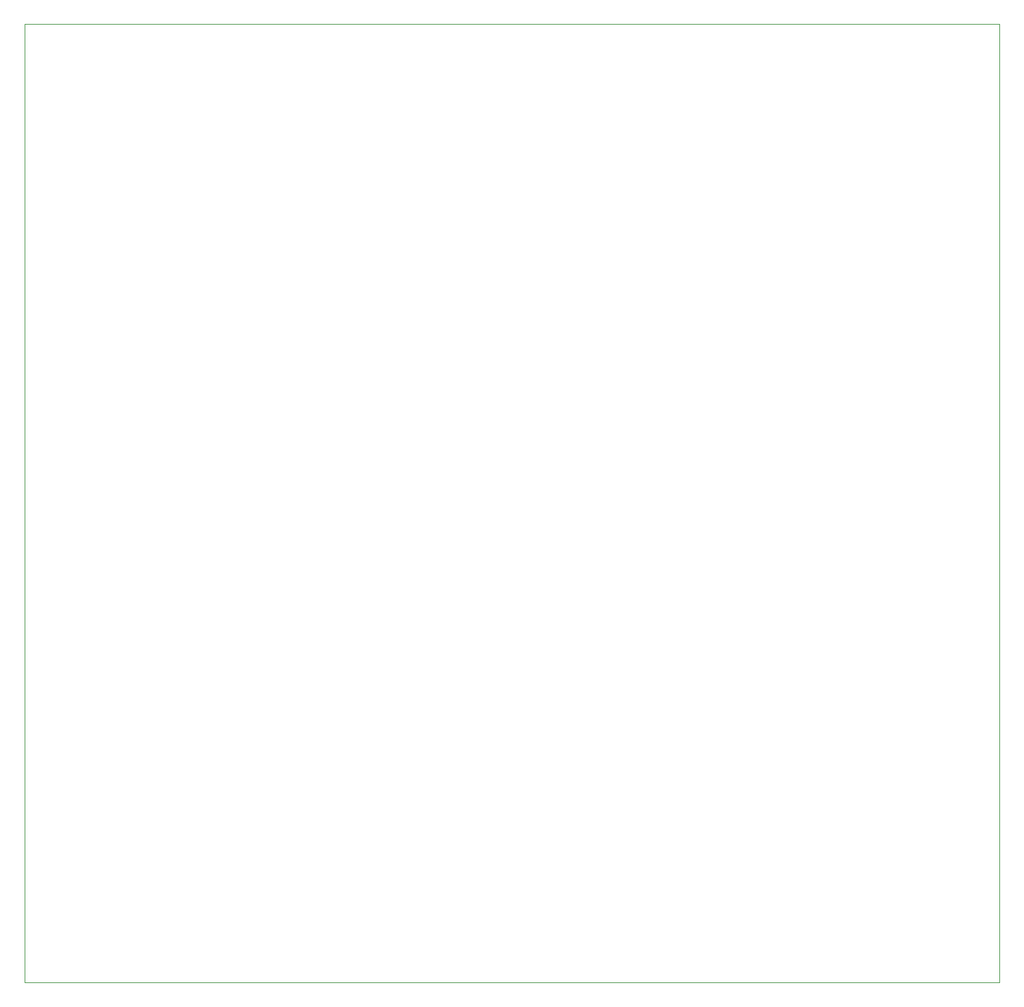
<source format=gbr>
%TF.GenerationSoftware,KiCad,Pcbnew,(6.0.10)*%
%TF.CreationDate,2023-01-10T00:35:44+03:00*%
%TF.ProjectId,ee463_project,65653436-335f-4707-926f-6a6563742e6b,rev?*%
%TF.SameCoordinates,Original*%
%TF.FileFunction,Profile,NP*%
%FSLAX46Y46*%
G04 Gerber Fmt 4.6, Leading zero omitted, Abs format (unit mm)*
G04 Created by KiCad (PCBNEW (6.0.10)) date 2023-01-10 00:35:44*
%MOMM*%
%LPD*%
G01*
G04 APERTURE LIST*
%TA.AperFunction,Profile*%
%ADD10C,0.100000*%
%TD*%
G04 APERTURE END LIST*
D10*
X45720000Y-19060000D02*
X169672000Y-19060000D01*
X169672000Y-19060000D02*
X169672000Y-140980000D01*
X169672000Y-140980000D02*
X45720000Y-140980000D01*
X45720000Y-140980000D02*
X45720000Y-19060000D01*
M02*

</source>
